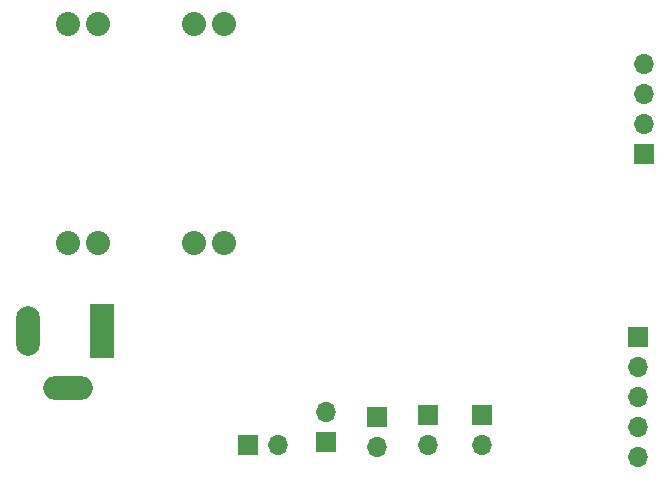
<source format=gbr>
%TF.GenerationSoftware,KiCad,Pcbnew,7.0.1*%
%TF.CreationDate,2023-04-20T22:59:21+02:00*%
%TF.ProjectId,Laserdinges,4c617365-7264-4696-9e67-65732e6b6963,rev?*%
%TF.SameCoordinates,Original*%
%TF.FileFunction,Soldermask,Bot*%
%TF.FilePolarity,Negative*%
%FSLAX46Y46*%
G04 Gerber Fmt 4.6, Leading zero omitted, Abs format (unit mm)*
G04 Created by KiCad (PCBNEW 7.0.1) date 2023-04-20 22:59:21*
%MOMM*%
%LPD*%
G01*
G04 APERTURE LIST*
%ADD10C,2.032000*%
%ADD11R,1.700000X1.700000*%
%ADD12O,1.700000X1.700000*%
%ADD13R,2.000000X4.600000*%
%ADD14O,2.000000X4.200000*%
%ADD15O,4.200000X2.000000*%
G04 APERTURE END LIST*
D10*
%TO.C,U4*%
X84032800Y-83992400D03*
X86572800Y-83992400D03*
X94700800Y-83992400D03*
X97240800Y-83992400D03*
X97240800Y-65450400D03*
X94700800Y-65450400D03*
X86572800Y-65450400D03*
X84032800Y-65450400D03*
%TD*%
D11*
%TO.C,SW5*%
X114554000Y-98552000D03*
D12*
X114554000Y-101092000D03*
%TD*%
D11*
%TO.C,U3*%
X132334000Y-91948000D03*
D12*
X132334000Y-94488000D03*
X132334000Y-97028000D03*
X132334000Y-99568000D03*
X132334000Y-102108000D03*
%TD*%
D11*
%TO.C,SW3*%
X105902200Y-100838000D03*
D12*
X105902200Y-98298000D03*
%TD*%
D11*
%TO.C,SW4*%
X110169400Y-98791200D03*
D12*
X110169400Y-101331200D03*
%TD*%
D13*
%TO.C,J2*%
X86928400Y-91460000D03*
D14*
X80628400Y-91460000D03*
D15*
X84028400Y-96260000D03*
%TD*%
D11*
%TO.C,SW6*%
X119126000Y-98552000D03*
D12*
X119126000Y-101092000D03*
%TD*%
D11*
%TO.C,U5*%
X99279400Y-101112000D03*
D12*
X101819400Y-101112000D03*
%TD*%
D11*
%TO.C,J1*%
X132842000Y-76454000D03*
D12*
X132842000Y-73914000D03*
X132842000Y-71374000D03*
X132842000Y-68834000D03*
%TD*%
M02*

</source>
